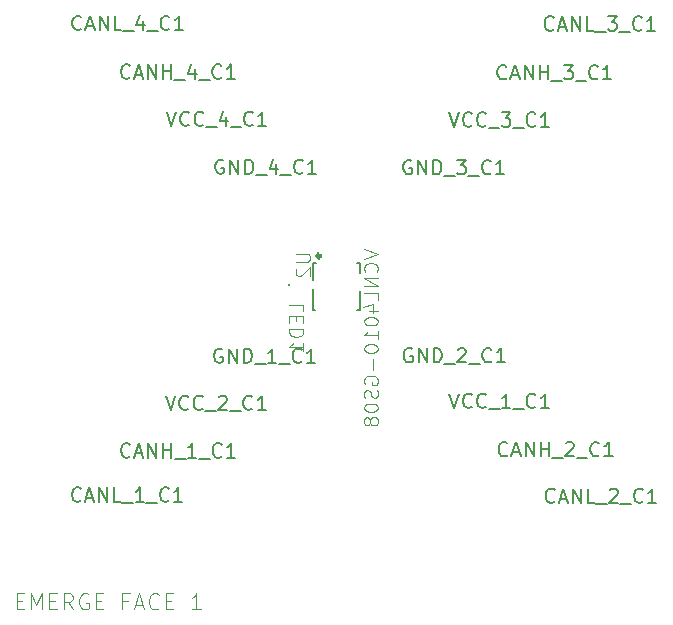
<source format=gbr>
G04 #@! TF.FileFunction,Legend,Bot*
%FSLAX46Y46*%
G04 Gerber Fmt 4.6, Leading zero omitted, Abs format (unit mm)*
G04 Created by KiCad (PCBNEW 4.0.6) date 05/07/17 20:41:04*
%MOMM*%
%LPD*%
G01*
G04 APERTURE LIST*
%ADD10C,0.100000*%
%ADD11C,0.113792*%
%ADD12C,0.127000*%
%ADD13C,0.304800*%
%ADD14C,0.101600*%
G04 APERTURE END LIST*
D10*
D11*
X211920833Y-131749140D02*
X212371260Y-131749140D01*
X212564300Y-132456953D02*
X211920833Y-132456953D01*
X211920833Y-131105673D01*
X212564300Y-131105673D01*
X213143420Y-132456953D02*
X213143420Y-131105673D01*
X213593847Y-132070873D01*
X214044274Y-131105673D01*
X214044274Y-132456953D01*
X214687740Y-131749140D02*
X215138167Y-131749140D01*
X215331207Y-132456953D02*
X214687740Y-132456953D01*
X214687740Y-131105673D01*
X215331207Y-131105673D01*
X216682487Y-132456953D02*
X216232061Y-131813487D01*
X215910327Y-132456953D02*
X215910327Y-131105673D01*
X216425101Y-131105673D01*
X216553794Y-131170020D01*
X216618141Y-131234367D01*
X216682487Y-131363060D01*
X216682487Y-131556100D01*
X216618141Y-131684793D01*
X216553794Y-131749140D01*
X216425101Y-131813487D01*
X215910327Y-131813487D01*
X217969421Y-131170020D02*
X217840727Y-131105673D01*
X217647687Y-131105673D01*
X217454647Y-131170020D01*
X217325954Y-131298713D01*
X217261607Y-131427407D01*
X217197261Y-131684793D01*
X217197261Y-131877833D01*
X217261607Y-132135220D01*
X217325954Y-132263913D01*
X217454647Y-132392607D01*
X217647687Y-132456953D01*
X217776381Y-132456953D01*
X217969421Y-132392607D01*
X218033767Y-132328260D01*
X218033767Y-131877833D01*
X217776381Y-131877833D01*
X218612887Y-131749140D02*
X219063314Y-131749140D01*
X219256354Y-132456953D02*
X218612887Y-132456953D01*
X218612887Y-131105673D01*
X219256354Y-131105673D01*
X221315448Y-131749140D02*
X220865021Y-131749140D01*
X220865021Y-132456953D02*
X220865021Y-131105673D01*
X221508488Y-131105673D01*
X221958915Y-132070873D02*
X222602381Y-132070873D01*
X221830221Y-132456953D02*
X222280648Y-131105673D01*
X222731075Y-132456953D01*
X223953661Y-132328260D02*
X223889315Y-132392607D01*
X223696275Y-132456953D01*
X223567581Y-132456953D01*
X223374541Y-132392607D01*
X223245848Y-132263913D01*
X223181501Y-132135220D01*
X223117155Y-131877833D01*
X223117155Y-131684793D01*
X223181501Y-131427407D01*
X223245848Y-131298713D01*
X223374541Y-131170020D01*
X223567581Y-131105673D01*
X223696275Y-131105673D01*
X223889315Y-131170020D01*
X223953661Y-131234367D01*
X224532781Y-131749140D02*
X224983208Y-131749140D01*
X225176248Y-132456953D02*
X224532781Y-132456953D01*
X224532781Y-131105673D01*
X225176248Y-131105673D01*
X227492729Y-132456953D02*
X226720569Y-132456953D01*
X227106649Y-132456953D02*
X227106649Y-131105673D01*
X226977955Y-131298713D01*
X226849262Y-131427407D01*
X226720569Y-131491753D01*
D10*
G36*
X235085500Y-105089900D02*
X234885500Y-105089900D01*
X234885500Y-104889900D01*
X235085500Y-104889900D01*
X235085500Y-105089900D01*
G37*
D12*
X237218700Y-103135300D02*
X237018700Y-103135300D01*
X237018700Y-103135300D02*
X237018700Y-104575300D01*
X237028700Y-105285300D02*
X237028700Y-107095300D01*
X237028700Y-107095300D02*
X237208700Y-107095300D01*
X240768700Y-103145300D02*
X240968700Y-103145300D01*
X240968700Y-103145300D02*
X240968700Y-103975300D01*
X240758700Y-107085300D02*
X240978700Y-107085300D01*
X240978700Y-107085300D02*
X240978700Y-105475300D01*
D13*
X237642709Y-102525300D02*
G75*
G03X237642709Y-102525300I-164009J0D01*
G01*
D12*
X237520322Y-102525300D02*
G75*
G03X237520322Y-102525300I-31622J0D01*
G01*
D14*
X236198048Y-107221686D02*
X236198048Y-106647162D01*
X234991548Y-106647162D01*
X235566071Y-107623852D02*
X235566071Y-108026019D01*
X236198048Y-108198376D02*
X236198048Y-107623852D01*
X234991548Y-107623852D01*
X234991548Y-108198376D01*
X236198048Y-108715447D02*
X234991548Y-108715447D01*
X234991548Y-109002709D01*
X235049000Y-109175066D01*
X235163905Y-109289971D01*
X235278810Y-109347423D01*
X235508619Y-109404875D01*
X235680976Y-109404875D01*
X235910786Y-109347423D01*
X236025690Y-109289971D01*
X236140595Y-109175066D01*
X236198048Y-109002709D01*
X236198048Y-108715447D01*
X236198048Y-110553923D02*
X236198048Y-109864495D01*
X236198048Y-110209209D02*
X234991548Y-110209209D01*
X235163905Y-110094304D01*
X235278810Y-109979399D01*
X235336262Y-109864495D01*
D12*
X224552005Y-114370948D02*
X224954171Y-115577448D01*
X225356338Y-114370948D01*
X226447933Y-115462543D02*
X226390481Y-115519995D01*
X226218124Y-115577448D01*
X226103219Y-115577448D01*
X225930862Y-115519995D01*
X225815957Y-115405090D01*
X225758505Y-115290186D01*
X225701053Y-115060376D01*
X225701053Y-114888019D01*
X225758505Y-114658210D01*
X225815957Y-114543305D01*
X225930862Y-114428400D01*
X226103219Y-114370948D01*
X226218124Y-114370948D01*
X226390481Y-114428400D01*
X226447933Y-114485852D01*
X227654433Y-115462543D02*
X227596981Y-115519995D01*
X227424624Y-115577448D01*
X227309719Y-115577448D01*
X227137362Y-115519995D01*
X227022457Y-115405090D01*
X226965005Y-115290186D01*
X226907553Y-115060376D01*
X226907553Y-114888019D01*
X226965005Y-114658210D01*
X227022457Y-114543305D01*
X227137362Y-114428400D01*
X227309719Y-114370948D01*
X227424624Y-114370948D01*
X227596981Y-114428400D01*
X227654433Y-114485852D01*
X227884243Y-115692352D02*
X228803481Y-115692352D01*
X229033291Y-114485852D02*
X229090743Y-114428400D01*
X229205648Y-114370948D01*
X229492910Y-114370948D01*
X229607814Y-114428400D01*
X229665267Y-114485852D01*
X229722719Y-114600757D01*
X229722719Y-114715662D01*
X229665267Y-114888019D01*
X228975838Y-115577448D01*
X229722719Y-115577448D01*
X229952529Y-115692352D02*
X230871767Y-115692352D01*
X231848457Y-115462543D02*
X231791005Y-115519995D01*
X231618648Y-115577448D01*
X231503743Y-115577448D01*
X231331386Y-115519995D01*
X231216481Y-115405090D01*
X231159029Y-115290186D01*
X231101577Y-115060376D01*
X231101577Y-114888019D01*
X231159029Y-114658210D01*
X231216481Y-114543305D01*
X231331386Y-114428400D01*
X231503743Y-114370948D01*
X231618648Y-114370948D01*
X231791005Y-114428400D01*
X231848457Y-114485852D01*
X232997505Y-115577448D02*
X232308077Y-115577448D01*
X232652791Y-115577448D02*
X232652791Y-114370948D01*
X232537886Y-114543305D01*
X232422981Y-114658210D01*
X232308077Y-114715662D01*
X248548005Y-114195948D02*
X248950171Y-115402448D01*
X249352338Y-114195948D01*
X250443933Y-115287543D02*
X250386481Y-115344995D01*
X250214124Y-115402448D01*
X250099219Y-115402448D01*
X249926862Y-115344995D01*
X249811957Y-115230090D01*
X249754505Y-115115186D01*
X249697053Y-114885376D01*
X249697053Y-114713019D01*
X249754505Y-114483210D01*
X249811957Y-114368305D01*
X249926862Y-114253400D01*
X250099219Y-114195948D01*
X250214124Y-114195948D01*
X250386481Y-114253400D01*
X250443933Y-114310852D01*
X251650433Y-115287543D02*
X251592981Y-115344995D01*
X251420624Y-115402448D01*
X251305719Y-115402448D01*
X251133362Y-115344995D01*
X251018457Y-115230090D01*
X250961005Y-115115186D01*
X250903553Y-114885376D01*
X250903553Y-114713019D01*
X250961005Y-114483210D01*
X251018457Y-114368305D01*
X251133362Y-114253400D01*
X251305719Y-114195948D01*
X251420624Y-114195948D01*
X251592981Y-114253400D01*
X251650433Y-114310852D01*
X251880243Y-115517352D02*
X252799481Y-115517352D01*
X253718719Y-115402448D02*
X253029291Y-115402448D01*
X253374005Y-115402448D02*
X253374005Y-114195948D01*
X253259100Y-114368305D01*
X253144195Y-114483210D01*
X253029291Y-114540662D01*
X253948529Y-115517352D02*
X254867767Y-115517352D01*
X255844457Y-115287543D02*
X255787005Y-115344995D01*
X255614648Y-115402448D01*
X255499743Y-115402448D01*
X255327386Y-115344995D01*
X255212481Y-115230090D01*
X255155029Y-115115186D01*
X255097577Y-114885376D01*
X255097577Y-114713019D01*
X255155029Y-114483210D01*
X255212481Y-114368305D01*
X255327386Y-114253400D01*
X255499743Y-114195948D01*
X255614648Y-114195948D01*
X255787005Y-114253400D01*
X255844457Y-114310852D01*
X256993505Y-115402448D02*
X256304077Y-115402448D01*
X256648791Y-115402448D02*
X256648791Y-114195948D01*
X256533886Y-114368305D01*
X256418981Y-114483210D01*
X256304077Y-114540662D01*
X248545005Y-90379948D02*
X248947171Y-91586448D01*
X249349338Y-90379948D01*
X250440933Y-91471543D02*
X250383481Y-91528995D01*
X250211124Y-91586448D01*
X250096219Y-91586448D01*
X249923862Y-91528995D01*
X249808957Y-91414090D01*
X249751505Y-91299186D01*
X249694053Y-91069376D01*
X249694053Y-90897019D01*
X249751505Y-90667210D01*
X249808957Y-90552305D01*
X249923862Y-90437400D01*
X250096219Y-90379948D01*
X250211124Y-90379948D01*
X250383481Y-90437400D01*
X250440933Y-90494852D01*
X251647433Y-91471543D02*
X251589981Y-91528995D01*
X251417624Y-91586448D01*
X251302719Y-91586448D01*
X251130362Y-91528995D01*
X251015457Y-91414090D01*
X250958005Y-91299186D01*
X250900553Y-91069376D01*
X250900553Y-90897019D01*
X250958005Y-90667210D01*
X251015457Y-90552305D01*
X251130362Y-90437400D01*
X251302719Y-90379948D01*
X251417624Y-90379948D01*
X251589981Y-90437400D01*
X251647433Y-90494852D01*
X251877243Y-91701352D02*
X252796481Y-91701352D01*
X252968838Y-90379948D02*
X253715719Y-90379948D01*
X253313552Y-90839567D01*
X253485910Y-90839567D01*
X253600814Y-90897019D01*
X253658267Y-90954471D01*
X253715719Y-91069376D01*
X253715719Y-91356638D01*
X253658267Y-91471543D01*
X253600814Y-91528995D01*
X253485910Y-91586448D01*
X253141195Y-91586448D01*
X253026291Y-91528995D01*
X252968838Y-91471543D01*
X253945529Y-91701352D02*
X254864767Y-91701352D01*
X255841457Y-91471543D02*
X255784005Y-91528995D01*
X255611648Y-91586448D01*
X255496743Y-91586448D01*
X255324386Y-91528995D01*
X255209481Y-91414090D01*
X255152029Y-91299186D01*
X255094577Y-91069376D01*
X255094577Y-90897019D01*
X255152029Y-90667210D01*
X255209481Y-90552305D01*
X255324386Y-90437400D01*
X255496743Y-90379948D01*
X255611648Y-90379948D01*
X255784005Y-90437400D01*
X255841457Y-90494852D01*
X256990505Y-91586448D02*
X256301077Y-91586448D01*
X256645791Y-91586448D02*
X256645791Y-90379948D01*
X256530886Y-90552305D01*
X256415981Y-90667210D01*
X256301077Y-90724662D01*
X224624005Y-90322948D02*
X225026171Y-91529448D01*
X225428338Y-90322948D01*
X226519933Y-91414543D02*
X226462481Y-91471995D01*
X226290124Y-91529448D01*
X226175219Y-91529448D01*
X226002862Y-91471995D01*
X225887957Y-91357090D01*
X225830505Y-91242186D01*
X225773053Y-91012376D01*
X225773053Y-90840019D01*
X225830505Y-90610210D01*
X225887957Y-90495305D01*
X226002862Y-90380400D01*
X226175219Y-90322948D01*
X226290124Y-90322948D01*
X226462481Y-90380400D01*
X226519933Y-90437852D01*
X227726433Y-91414543D02*
X227668981Y-91471995D01*
X227496624Y-91529448D01*
X227381719Y-91529448D01*
X227209362Y-91471995D01*
X227094457Y-91357090D01*
X227037005Y-91242186D01*
X226979553Y-91012376D01*
X226979553Y-90840019D01*
X227037005Y-90610210D01*
X227094457Y-90495305D01*
X227209362Y-90380400D01*
X227381719Y-90322948D01*
X227496624Y-90322948D01*
X227668981Y-90380400D01*
X227726433Y-90437852D01*
X227956243Y-91644352D02*
X228875481Y-91644352D01*
X229679814Y-90725114D02*
X229679814Y-91529448D01*
X229392552Y-90265495D02*
X229105291Y-91127281D01*
X229852171Y-91127281D01*
X230024529Y-91644352D02*
X230943767Y-91644352D01*
X231920457Y-91414543D02*
X231863005Y-91471995D01*
X231690648Y-91529448D01*
X231575743Y-91529448D01*
X231403386Y-91471995D01*
X231288481Y-91357090D01*
X231231029Y-91242186D01*
X231173577Y-91012376D01*
X231173577Y-90840019D01*
X231231029Y-90610210D01*
X231288481Y-90495305D01*
X231403386Y-90380400D01*
X231575743Y-90322948D01*
X231690648Y-90322948D01*
X231863005Y-90380400D01*
X231920457Y-90437852D01*
X233069505Y-91529448D02*
X232380077Y-91529448D01*
X232724791Y-91529448D02*
X232724791Y-90322948D01*
X232609886Y-90495305D01*
X232494981Y-90610210D01*
X232380077Y-90667662D01*
X245379338Y-110400400D02*
X245264433Y-110342948D01*
X245092076Y-110342948D01*
X244919719Y-110400400D01*
X244804814Y-110515305D01*
X244747362Y-110630210D01*
X244689910Y-110860019D01*
X244689910Y-111032376D01*
X244747362Y-111262186D01*
X244804814Y-111377090D01*
X244919719Y-111491995D01*
X245092076Y-111549448D01*
X245206981Y-111549448D01*
X245379338Y-111491995D01*
X245436790Y-111434543D01*
X245436790Y-111032376D01*
X245206981Y-111032376D01*
X245953862Y-111549448D02*
X245953862Y-110342948D01*
X246643290Y-111549448D01*
X246643290Y-110342948D01*
X247217814Y-111549448D02*
X247217814Y-110342948D01*
X247505076Y-110342948D01*
X247677433Y-110400400D01*
X247792338Y-110515305D01*
X247849790Y-110630210D01*
X247907242Y-110860019D01*
X247907242Y-111032376D01*
X247849790Y-111262186D01*
X247792338Y-111377090D01*
X247677433Y-111491995D01*
X247505076Y-111549448D01*
X247217814Y-111549448D01*
X248137052Y-111664352D02*
X249056290Y-111664352D01*
X249286100Y-110457852D02*
X249343552Y-110400400D01*
X249458457Y-110342948D01*
X249745719Y-110342948D01*
X249860623Y-110400400D01*
X249918076Y-110457852D01*
X249975528Y-110572757D01*
X249975528Y-110687662D01*
X249918076Y-110860019D01*
X249228647Y-111549448D01*
X249975528Y-111549448D01*
X250205338Y-111664352D02*
X251124576Y-111664352D01*
X252101266Y-111434543D02*
X252043814Y-111491995D01*
X251871457Y-111549448D01*
X251756552Y-111549448D01*
X251584195Y-111491995D01*
X251469290Y-111377090D01*
X251411838Y-111262186D01*
X251354386Y-111032376D01*
X251354386Y-110860019D01*
X251411838Y-110630210D01*
X251469290Y-110515305D01*
X251584195Y-110400400D01*
X251756552Y-110342948D01*
X251871457Y-110342948D01*
X252043814Y-110400400D01*
X252101266Y-110457852D01*
X253250314Y-111549448D02*
X252560886Y-111549448D01*
X252905600Y-111549448D02*
X252905600Y-110342948D01*
X252790695Y-110515305D01*
X252675790Y-110630210D01*
X252560886Y-110687662D01*
X229319338Y-110428400D02*
X229204433Y-110370948D01*
X229032076Y-110370948D01*
X228859719Y-110428400D01*
X228744814Y-110543305D01*
X228687362Y-110658210D01*
X228629910Y-110888019D01*
X228629910Y-111060376D01*
X228687362Y-111290186D01*
X228744814Y-111405090D01*
X228859719Y-111519995D01*
X229032076Y-111577448D01*
X229146981Y-111577448D01*
X229319338Y-111519995D01*
X229376790Y-111462543D01*
X229376790Y-111060376D01*
X229146981Y-111060376D01*
X229893862Y-111577448D02*
X229893862Y-110370948D01*
X230583290Y-111577448D01*
X230583290Y-110370948D01*
X231157814Y-111577448D02*
X231157814Y-110370948D01*
X231445076Y-110370948D01*
X231617433Y-110428400D01*
X231732338Y-110543305D01*
X231789790Y-110658210D01*
X231847242Y-110888019D01*
X231847242Y-111060376D01*
X231789790Y-111290186D01*
X231732338Y-111405090D01*
X231617433Y-111519995D01*
X231445076Y-111577448D01*
X231157814Y-111577448D01*
X232077052Y-111692352D02*
X232996290Y-111692352D01*
X233915528Y-111577448D02*
X233226100Y-111577448D01*
X233570814Y-111577448D02*
X233570814Y-110370948D01*
X233455909Y-110543305D01*
X233341004Y-110658210D01*
X233226100Y-110715662D01*
X234145338Y-111692352D02*
X235064576Y-111692352D01*
X236041266Y-111462543D02*
X235983814Y-111519995D01*
X235811457Y-111577448D01*
X235696552Y-111577448D01*
X235524195Y-111519995D01*
X235409290Y-111405090D01*
X235351838Y-111290186D01*
X235294386Y-111060376D01*
X235294386Y-110888019D01*
X235351838Y-110658210D01*
X235409290Y-110543305D01*
X235524195Y-110428400D01*
X235696552Y-110370948D01*
X235811457Y-110370948D01*
X235983814Y-110428400D01*
X236041266Y-110485852D01*
X237190314Y-111577448D02*
X236500886Y-111577448D01*
X236845600Y-111577448D02*
X236845600Y-110370948D01*
X236730695Y-110543305D01*
X236615790Y-110658210D01*
X236500886Y-110715662D01*
X245346338Y-94465400D02*
X245231433Y-94407948D01*
X245059076Y-94407948D01*
X244886719Y-94465400D01*
X244771814Y-94580305D01*
X244714362Y-94695210D01*
X244656910Y-94925019D01*
X244656910Y-95097376D01*
X244714362Y-95327186D01*
X244771814Y-95442090D01*
X244886719Y-95556995D01*
X245059076Y-95614448D01*
X245173981Y-95614448D01*
X245346338Y-95556995D01*
X245403790Y-95499543D01*
X245403790Y-95097376D01*
X245173981Y-95097376D01*
X245920862Y-95614448D02*
X245920862Y-94407948D01*
X246610290Y-95614448D01*
X246610290Y-94407948D01*
X247184814Y-95614448D02*
X247184814Y-94407948D01*
X247472076Y-94407948D01*
X247644433Y-94465400D01*
X247759338Y-94580305D01*
X247816790Y-94695210D01*
X247874242Y-94925019D01*
X247874242Y-95097376D01*
X247816790Y-95327186D01*
X247759338Y-95442090D01*
X247644433Y-95556995D01*
X247472076Y-95614448D01*
X247184814Y-95614448D01*
X248104052Y-95729352D02*
X249023290Y-95729352D01*
X249195647Y-94407948D02*
X249942528Y-94407948D01*
X249540361Y-94867567D01*
X249712719Y-94867567D01*
X249827623Y-94925019D01*
X249885076Y-94982471D01*
X249942528Y-95097376D01*
X249942528Y-95384638D01*
X249885076Y-95499543D01*
X249827623Y-95556995D01*
X249712719Y-95614448D01*
X249368004Y-95614448D01*
X249253100Y-95556995D01*
X249195647Y-95499543D01*
X250172338Y-95729352D02*
X251091576Y-95729352D01*
X252068266Y-95499543D02*
X252010814Y-95556995D01*
X251838457Y-95614448D01*
X251723552Y-95614448D01*
X251551195Y-95556995D01*
X251436290Y-95442090D01*
X251378838Y-95327186D01*
X251321386Y-95097376D01*
X251321386Y-94925019D01*
X251378838Y-94695210D01*
X251436290Y-94580305D01*
X251551195Y-94465400D01*
X251723552Y-94407948D01*
X251838457Y-94407948D01*
X252010814Y-94465400D01*
X252068266Y-94522852D01*
X253217314Y-95614448D02*
X252527886Y-95614448D01*
X252872600Y-95614448D02*
X252872600Y-94407948D01*
X252757695Y-94580305D01*
X252642790Y-94695210D01*
X252527886Y-94752662D01*
X229420338Y-94426400D02*
X229305433Y-94368948D01*
X229133076Y-94368948D01*
X228960719Y-94426400D01*
X228845814Y-94541305D01*
X228788362Y-94656210D01*
X228730910Y-94886019D01*
X228730910Y-95058376D01*
X228788362Y-95288186D01*
X228845814Y-95403090D01*
X228960719Y-95517995D01*
X229133076Y-95575448D01*
X229247981Y-95575448D01*
X229420338Y-95517995D01*
X229477790Y-95460543D01*
X229477790Y-95058376D01*
X229247981Y-95058376D01*
X229994862Y-95575448D02*
X229994862Y-94368948D01*
X230684290Y-95575448D01*
X230684290Y-94368948D01*
X231258814Y-95575448D02*
X231258814Y-94368948D01*
X231546076Y-94368948D01*
X231718433Y-94426400D01*
X231833338Y-94541305D01*
X231890790Y-94656210D01*
X231948242Y-94886019D01*
X231948242Y-95058376D01*
X231890790Y-95288186D01*
X231833338Y-95403090D01*
X231718433Y-95517995D01*
X231546076Y-95575448D01*
X231258814Y-95575448D01*
X232178052Y-95690352D02*
X233097290Y-95690352D01*
X233901623Y-94771114D02*
X233901623Y-95575448D01*
X233614361Y-94311495D02*
X233327100Y-95173281D01*
X234073980Y-95173281D01*
X234246338Y-95690352D02*
X235165576Y-95690352D01*
X236142266Y-95460543D02*
X236084814Y-95517995D01*
X235912457Y-95575448D01*
X235797552Y-95575448D01*
X235625195Y-95517995D01*
X235510290Y-95403090D01*
X235452838Y-95288186D01*
X235395386Y-95058376D01*
X235395386Y-94886019D01*
X235452838Y-94656210D01*
X235510290Y-94541305D01*
X235625195Y-94426400D01*
X235797552Y-94368948D01*
X235912457Y-94368948D01*
X236084814Y-94426400D01*
X236142266Y-94483852D01*
X237291314Y-95575448D02*
X236601886Y-95575448D01*
X236946600Y-95575448D02*
X236946600Y-94368948D01*
X236831695Y-94541305D01*
X236716790Y-94656210D01*
X236601886Y-94713662D01*
X257461790Y-123314543D02*
X257404338Y-123371995D01*
X257231981Y-123429448D01*
X257117076Y-123429448D01*
X256944719Y-123371995D01*
X256829814Y-123257090D01*
X256772362Y-123142186D01*
X256714910Y-122912376D01*
X256714910Y-122740019D01*
X256772362Y-122510210D01*
X256829814Y-122395305D01*
X256944719Y-122280400D01*
X257117076Y-122222948D01*
X257231981Y-122222948D01*
X257404338Y-122280400D01*
X257461790Y-122337852D01*
X257921410Y-123084733D02*
X258495933Y-123084733D01*
X257806505Y-123429448D02*
X258208671Y-122222948D01*
X258610838Y-123429448D01*
X259013005Y-123429448D02*
X259013005Y-122222948D01*
X259702433Y-123429448D01*
X259702433Y-122222948D01*
X260851481Y-123429448D02*
X260276957Y-123429448D01*
X260276957Y-122222948D01*
X260966385Y-123544352D02*
X261885623Y-123544352D01*
X262115433Y-122337852D02*
X262172885Y-122280400D01*
X262287790Y-122222948D01*
X262575052Y-122222948D01*
X262689956Y-122280400D01*
X262747409Y-122337852D01*
X262804861Y-122452757D01*
X262804861Y-122567662D01*
X262747409Y-122740019D01*
X262057980Y-123429448D01*
X262804861Y-123429448D01*
X263034671Y-123544352D02*
X263953909Y-123544352D01*
X264930599Y-123314543D02*
X264873147Y-123371995D01*
X264700790Y-123429448D01*
X264585885Y-123429448D01*
X264413528Y-123371995D01*
X264298623Y-123257090D01*
X264241171Y-123142186D01*
X264183719Y-122912376D01*
X264183719Y-122740019D01*
X264241171Y-122510210D01*
X264298623Y-122395305D01*
X264413528Y-122280400D01*
X264585885Y-122222948D01*
X264700790Y-122222948D01*
X264873147Y-122280400D01*
X264930599Y-122337852D01*
X266079647Y-123429448D02*
X265390219Y-123429448D01*
X265734933Y-123429448D02*
X265734933Y-122222948D01*
X265620028Y-122395305D01*
X265505123Y-122510210D01*
X265390219Y-122567662D01*
X217335790Y-123224543D02*
X217278338Y-123281995D01*
X217105981Y-123339448D01*
X216991076Y-123339448D01*
X216818719Y-123281995D01*
X216703814Y-123167090D01*
X216646362Y-123052186D01*
X216588910Y-122822376D01*
X216588910Y-122650019D01*
X216646362Y-122420210D01*
X216703814Y-122305305D01*
X216818719Y-122190400D01*
X216991076Y-122132948D01*
X217105981Y-122132948D01*
X217278338Y-122190400D01*
X217335790Y-122247852D01*
X217795410Y-122994733D02*
X218369933Y-122994733D01*
X217680505Y-123339448D02*
X218082671Y-122132948D01*
X218484838Y-123339448D01*
X218887005Y-123339448D02*
X218887005Y-122132948D01*
X219576433Y-123339448D01*
X219576433Y-122132948D01*
X220725481Y-123339448D02*
X220150957Y-123339448D01*
X220150957Y-122132948D01*
X220840385Y-123454352D02*
X221759623Y-123454352D01*
X222678861Y-123339448D02*
X221989433Y-123339448D01*
X222334147Y-123339448D02*
X222334147Y-122132948D01*
X222219242Y-122305305D01*
X222104337Y-122420210D01*
X221989433Y-122477662D01*
X222908671Y-123454352D02*
X223827909Y-123454352D01*
X224804599Y-123224543D02*
X224747147Y-123281995D01*
X224574790Y-123339448D01*
X224459885Y-123339448D01*
X224287528Y-123281995D01*
X224172623Y-123167090D01*
X224115171Y-123052186D01*
X224057719Y-122822376D01*
X224057719Y-122650019D01*
X224115171Y-122420210D01*
X224172623Y-122305305D01*
X224287528Y-122190400D01*
X224459885Y-122132948D01*
X224574790Y-122132948D01*
X224747147Y-122190400D01*
X224804599Y-122247852D01*
X225953647Y-123339448D02*
X225264219Y-123339448D01*
X225608933Y-123339448D02*
X225608933Y-122132948D01*
X225494028Y-122305305D01*
X225379123Y-122420210D01*
X225264219Y-122477662D01*
X257375790Y-83342543D02*
X257318338Y-83399995D01*
X257145981Y-83457448D01*
X257031076Y-83457448D01*
X256858719Y-83399995D01*
X256743814Y-83285090D01*
X256686362Y-83170186D01*
X256628910Y-82940376D01*
X256628910Y-82768019D01*
X256686362Y-82538210D01*
X256743814Y-82423305D01*
X256858719Y-82308400D01*
X257031076Y-82250948D01*
X257145981Y-82250948D01*
X257318338Y-82308400D01*
X257375790Y-82365852D01*
X257835410Y-83112733D02*
X258409933Y-83112733D01*
X257720505Y-83457448D02*
X258122671Y-82250948D01*
X258524838Y-83457448D01*
X258927005Y-83457448D02*
X258927005Y-82250948D01*
X259616433Y-83457448D01*
X259616433Y-82250948D01*
X260765481Y-83457448D02*
X260190957Y-83457448D01*
X260190957Y-82250948D01*
X260880385Y-83572352D02*
X261799623Y-83572352D01*
X261971980Y-82250948D02*
X262718861Y-82250948D01*
X262316694Y-82710567D01*
X262489052Y-82710567D01*
X262603956Y-82768019D01*
X262661409Y-82825471D01*
X262718861Y-82940376D01*
X262718861Y-83227638D01*
X262661409Y-83342543D01*
X262603956Y-83399995D01*
X262489052Y-83457448D01*
X262144337Y-83457448D01*
X262029433Y-83399995D01*
X261971980Y-83342543D01*
X262948671Y-83572352D02*
X263867909Y-83572352D01*
X264844599Y-83342543D02*
X264787147Y-83399995D01*
X264614790Y-83457448D01*
X264499885Y-83457448D01*
X264327528Y-83399995D01*
X264212623Y-83285090D01*
X264155171Y-83170186D01*
X264097719Y-82940376D01*
X264097719Y-82768019D01*
X264155171Y-82538210D01*
X264212623Y-82423305D01*
X264327528Y-82308400D01*
X264499885Y-82250948D01*
X264614790Y-82250948D01*
X264787147Y-82308400D01*
X264844599Y-82365852D01*
X265993647Y-83457448D02*
X265304219Y-83457448D01*
X265648933Y-83457448D02*
X265648933Y-82250948D01*
X265534028Y-82423305D01*
X265419123Y-82538210D01*
X265304219Y-82595662D01*
X217386790Y-83291543D02*
X217329338Y-83348995D01*
X217156981Y-83406448D01*
X217042076Y-83406448D01*
X216869719Y-83348995D01*
X216754814Y-83234090D01*
X216697362Y-83119186D01*
X216639910Y-82889376D01*
X216639910Y-82717019D01*
X216697362Y-82487210D01*
X216754814Y-82372305D01*
X216869719Y-82257400D01*
X217042076Y-82199948D01*
X217156981Y-82199948D01*
X217329338Y-82257400D01*
X217386790Y-82314852D01*
X217846410Y-83061733D02*
X218420933Y-83061733D01*
X217731505Y-83406448D02*
X218133671Y-82199948D01*
X218535838Y-83406448D01*
X218938005Y-83406448D02*
X218938005Y-82199948D01*
X219627433Y-83406448D01*
X219627433Y-82199948D01*
X220776481Y-83406448D02*
X220201957Y-83406448D01*
X220201957Y-82199948D01*
X220891385Y-83521352D02*
X221810623Y-83521352D01*
X222614956Y-82602114D02*
X222614956Y-83406448D01*
X222327694Y-82142495D02*
X222040433Y-83004281D01*
X222787313Y-83004281D01*
X222959671Y-83521352D02*
X223878909Y-83521352D01*
X224855599Y-83291543D02*
X224798147Y-83348995D01*
X224625790Y-83406448D01*
X224510885Y-83406448D01*
X224338528Y-83348995D01*
X224223623Y-83234090D01*
X224166171Y-83119186D01*
X224108719Y-82889376D01*
X224108719Y-82717019D01*
X224166171Y-82487210D01*
X224223623Y-82372305D01*
X224338528Y-82257400D01*
X224510885Y-82199948D01*
X224625790Y-82199948D01*
X224798147Y-82257400D01*
X224855599Y-82314852D01*
X226004647Y-83406448D02*
X225315219Y-83406448D01*
X225659933Y-83406448D02*
X225659933Y-82199948D01*
X225545028Y-82372305D01*
X225430123Y-82487210D01*
X225315219Y-82544662D01*
X253467790Y-119383543D02*
X253410338Y-119440995D01*
X253237981Y-119498448D01*
X253123076Y-119498448D01*
X252950719Y-119440995D01*
X252835814Y-119326090D01*
X252778362Y-119211186D01*
X252720910Y-118981376D01*
X252720910Y-118809019D01*
X252778362Y-118579210D01*
X252835814Y-118464305D01*
X252950719Y-118349400D01*
X253123076Y-118291948D01*
X253237981Y-118291948D01*
X253410338Y-118349400D01*
X253467790Y-118406852D01*
X253927410Y-119153733D02*
X254501933Y-119153733D01*
X253812505Y-119498448D02*
X254214671Y-118291948D01*
X254616838Y-119498448D01*
X255019005Y-119498448D02*
X255019005Y-118291948D01*
X255708433Y-119498448D01*
X255708433Y-118291948D01*
X256282957Y-119498448D02*
X256282957Y-118291948D01*
X256282957Y-118866471D02*
X256972385Y-118866471D01*
X256972385Y-119498448D02*
X256972385Y-118291948D01*
X257259647Y-119613352D02*
X258178885Y-119613352D01*
X258408695Y-118406852D02*
X258466147Y-118349400D01*
X258581052Y-118291948D01*
X258868314Y-118291948D01*
X258983218Y-118349400D01*
X259040671Y-118406852D01*
X259098123Y-118521757D01*
X259098123Y-118636662D01*
X259040671Y-118809019D01*
X258351242Y-119498448D01*
X259098123Y-119498448D01*
X259327933Y-119613352D02*
X260247171Y-119613352D01*
X261223861Y-119383543D02*
X261166409Y-119440995D01*
X260994052Y-119498448D01*
X260879147Y-119498448D01*
X260706790Y-119440995D01*
X260591885Y-119326090D01*
X260534433Y-119211186D01*
X260476981Y-118981376D01*
X260476981Y-118809019D01*
X260534433Y-118579210D01*
X260591885Y-118464305D01*
X260706790Y-118349400D01*
X260879147Y-118291948D01*
X260994052Y-118291948D01*
X261166409Y-118349400D01*
X261223861Y-118406852D01*
X262372909Y-119498448D02*
X261683481Y-119498448D01*
X262028195Y-119498448D02*
X262028195Y-118291948D01*
X261913290Y-118464305D01*
X261798385Y-118579210D01*
X261683481Y-118636662D01*
X221505790Y-119479543D02*
X221448338Y-119536995D01*
X221275981Y-119594448D01*
X221161076Y-119594448D01*
X220988719Y-119536995D01*
X220873814Y-119422090D01*
X220816362Y-119307186D01*
X220758910Y-119077376D01*
X220758910Y-118905019D01*
X220816362Y-118675210D01*
X220873814Y-118560305D01*
X220988719Y-118445400D01*
X221161076Y-118387948D01*
X221275981Y-118387948D01*
X221448338Y-118445400D01*
X221505790Y-118502852D01*
X221965410Y-119249733D02*
X222539933Y-119249733D01*
X221850505Y-119594448D02*
X222252671Y-118387948D01*
X222654838Y-119594448D01*
X223057005Y-119594448D02*
X223057005Y-118387948D01*
X223746433Y-119594448D01*
X223746433Y-118387948D01*
X224320957Y-119594448D02*
X224320957Y-118387948D01*
X224320957Y-118962471D02*
X225010385Y-118962471D01*
X225010385Y-119594448D02*
X225010385Y-118387948D01*
X225297647Y-119709352D02*
X226216885Y-119709352D01*
X227136123Y-119594448D02*
X226446695Y-119594448D01*
X226791409Y-119594448D02*
X226791409Y-118387948D01*
X226676504Y-118560305D01*
X226561599Y-118675210D01*
X226446695Y-118732662D01*
X227365933Y-119709352D02*
X228285171Y-119709352D01*
X229261861Y-119479543D02*
X229204409Y-119536995D01*
X229032052Y-119594448D01*
X228917147Y-119594448D01*
X228744790Y-119536995D01*
X228629885Y-119422090D01*
X228572433Y-119307186D01*
X228514981Y-119077376D01*
X228514981Y-118905019D01*
X228572433Y-118675210D01*
X228629885Y-118560305D01*
X228744790Y-118445400D01*
X228917147Y-118387948D01*
X229032052Y-118387948D01*
X229204409Y-118445400D01*
X229261861Y-118502852D01*
X230410909Y-119594448D02*
X229721481Y-119594448D01*
X230066195Y-119594448D02*
X230066195Y-118387948D01*
X229951290Y-118560305D01*
X229836385Y-118675210D01*
X229721481Y-118732662D01*
X253373790Y-87469543D02*
X253316338Y-87526995D01*
X253143981Y-87584448D01*
X253029076Y-87584448D01*
X252856719Y-87526995D01*
X252741814Y-87412090D01*
X252684362Y-87297186D01*
X252626910Y-87067376D01*
X252626910Y-86895019D01*
X252684362Y-86665210D01*
X252741814Y-86550305D01*
X252856719Y-86435400D01*
X253029076Y-86377948D01*
X253143981Y-86377948D01*
X253316338Y-86435400D01*
X253373790Y-86492852D01*
X253833410Y-87239733D02*
X254407933Y-87239733D01*
X253718505Y-87584448D02*
X254120671Y-86377948D01*
X254522838Y-87584448D01*
X254925005Y-87584448D02*
X254925005Y-86377948D01*
X255614433Y-87584448D01*
X255614433Y-86377948D01*
X256188957Y-87584448D02*
X256188957Y-86377948D01*
X256188957Y-86952471D02*
X256878385Y-86952471D01*
X256878385Y-87584448D02*
X256878385Y-86377948D01*
X257165647Y-87699352D02*
X258084885Y-87699352D01*
X258257242Y-86377948D02*
X259004123Y-86377948D01*
X258601956Y-86837567D01*
X258774314Y-86837567D01*
X258889218Y-86895019D01*
X258946671Y-86952471D01*
X259004123Y-87067376D01*
X259004123Y-87354638D01*
X258946671Y-87469543D01*
X258889218Y-87526995D01*
X258774314Y-87584448D01*
X258429599Y-87584448D01*
X258314695Y-87526995D01*
X258257242Y-87469543D01*
X259233933Y-87699352D02*
X260153171Y-87699352D01*
X261129861Y-87469543D02*
X261072409Y-87526995D01*
X260900052Y-87584448D01*
X260785147Y-87584448D01*
X260612790Y-87526995D01*
X260497885Y-87412090D01*
X260440433Y-87297186D01*
X260382981Y-87067376D01*
X260382981Y-86895019D01*
X260440433Y-86665210D01*
X260497885Y-86550305D01*
X260612790Y-86435400D01*
X260785147Y-86377948D01*
X260900052Y-86377948D01*
X261072409Y-86435400D01*
X261129861Y-86492852D01*
X262278909Y-87584448D02*
X261589481Y-87584448D01*
X261934195Y-87584448D02*
X261934195Y-86377948D01*
X261819290Y-86550305D01*
X261704385Y-86665210D01*
X261589481Y-86722662D01*
X221485790Y-87408543D02*
X221428338Y-87465995D01*
X221255981Y-87523448D01*
X221141076Y-87523448D01*
X220968719Y-87465995D01*
X220853814Y-87351090D01*
X220796362Y-87236186D01*
X220738910Y-87006376D01*
X220738910Y-86834019D01*
X220796362Y-86604210D01*
X220853814Y-86489305D01*
X220968719Y-86374400D01*
X221141076Y-86316948D01*
X221255981Y-86316948D01*
X221428338Y-86374400D01*
X221485790Y-86431852D01*
X221945410Y-87178733D02*
X222519933Y-87178733D01*
X221830505Y-87523448D02*
X222232671Y-86316948D01*
X222634838Y-87523448D01*
X223037005Y-87523448D02*
X223037005Y-86316948D01*
X223726433Y-87523448D01*
X223726433Y-86316948D01*
X224300957Y-87523448D02*
X224300957Y-86316948D01*
X224300957Y-86891471D02*
X224990385Y-86891471D01*
X224990385Y-87523448D02*
X224990385Y-86316948D01*
X225277647Y-87638352D02*
X226196885Y-87638352D01*
X227001218Y-86719114D02*
X227001218Y-87523448D01*
X226713956Y-86259495D02*
X226426695Y-87121281D01*
X227173575Y-87121281D01*
X227345933Y-87638352D02*
X228265171Y-87638352D01*
X229241861Y-87408543D02*
X229184409Y-87465995D01*
X229012052Y-87523448D01*
X228897147Y-87523448D01*
X228724790Y-87465995D01*
X228609885Y-87351090D01*
X228552433Y-87236186D01*
X228494981Y-87006376D01*
X228494981Y-86834019D01*
X228552433Y-86604210D01*
X228609885Y-86489305D01*
X228724790Y-86374400D01*
X228897147Y-86316948D01*
X229012052Y-86316948D01*
X229184409Y-86374400D01*
X229241861Y-86431852D01*
X230390909Y-87523448D02*
X229701481Y-87523448D01*
X230046195Y-87523448D02*
X230046195Y-86316948D01*
X229931290Y-86489305D01*
X229816385Y-86604210D01*
X229701481Y-86661662D01*
D14*
X235534748Y-102342562D02*
X236511438Y-102342562D01*
X236626343Y-102400014D01*
X236683795Y-102457467D01*
X236741248Y-102572371D01*
X236741248Y-102802181D01*
X236683795Y-102917086D01*
X236626343Y-102974538D01*
X236511438Y-103031990D01*
X235534748Y-103031990D01*
X235649652Y-103549062D02*
X235592200Y-103606514D01*
X235534748Y-103721419D01*
X235534748Y-104008681D01*
X235592200Y-104123585D01*
X235649652Y-104181038D01*
X235764557Y-104238490D01*
X235879462Y-104238490D01*
X236051819Y-104181038D01*
X236741248Y-103491609D01*
X236741248Y-104238490D01*
X241314748Y-101980205D02*
X242521248Y-102382371D01*
X241314748Y-102784538D01*
X242406343Y-103876133D02*
X242463795Y-103818681D01*
X242521248Y-103646324D01*
X242521248Y-103531419D01*
X242463795Y-103359062D01*
X242348890Y-103244157D01*
X242233986Y-103186705D01*
X242004176Y-103129253D01*
X241831819Y-103129253D01*
X241602010Y-103186705D01*
X241487105Y-103244157D01*
X241372200Y-103359062D01*
X241314748Y-103531419D01*
X241314748Y-103646324D01*
X241372200Y-103818681D01*
X241429652Y-103876133D01*
X242521248Y-104393205D02*
X241314748Y-104393205D01*
X242521248Y-105082633D01*
X241314748Y-105082633D01*
X242521248Y-106231681D02*
X242521248Y-105657157D01*
X241314748Y-105657157D01*
X241716914Y-107150918D02*
X242521248Y-107150918D01*
X241257295Y-106863656D02*
X242119081Y-106576395D01*
X242119081Y-107323275D01*
X241314748Y-108012704D02*
X241314748Y-108127609D01*
X241372200Y-108242514D01*
X241429652Y-108299966D01*
X241544557Y-108357419D01*
X241774367Y-108414871D01*
X242061629Y-108414871D01*
X242291438Y-108357419D01*
X242406343Y-108299966D01*
X242463795Y-108242514D01*
X242521248Y-108127609D01*
X242521248Y-108012704D01*
X242463795Y-107897800D01*
X242406343Y-107840347D01*
X242291438Y-107782895D01*
X242061629Y-107725443D01*
X241774367Y-107725443D01*
X241544557Y-107782895D01*
X241429652Y-107840347D01*
X241372200Y-107897800D01*
X241314748Y-108012704D01*
X242521248Y-109563919D02*
X242521248Y-108874491D01*
X242521248Y-109219205D02*
X241314748Y-109219205D01*
X241487105Y-109104300D01*
X241602010Y-108989395D01*
X241659462Y-108874491D01*
X241314748Y-110310800D02*
X241314748Y-110425705D01*
X241372200Y-110540610D01*
X241429652Y-110598062D01*
X241544557Y-110655515D01*
X241774367Y-110712967D01*
X242061629Y-110712967D01*
X242291438Y-110655515D01*
X242406343Y-110598062D01*
X242463795Y-110540610D01*
X242521248Y-110425705D01*
X242521248Y-110310800D01*
X242463795Y-110195896D01*
X242406343Y-110138443D01*
X242291438Y-110080991D01*
X242061629Y-110023539D01*
X241774367Y-110023539D01*
X241544557Y-110080991D01*
X241429652Y-110138443D01*
X241372200Y-110195896D01*
X241314748Y-110310800D01*
X242061629Y-111230039D02*
X242061629Y-112149277D01*
X241372200Y-113355777D02*
X241314748Y-113240872D01*
X241314748Y-113068515D01*
X241372200Y-112896158D01*
X241487105Y-112781253D01*
X241602010Y-112723801D01*
X241831819Y-112666349D01*
X242004176Y-112666349D01*
X242233986Y-112723801D01*
X242348890Y-112781253D01*
X242463795Y-112896158D01*
X242521248Y-113068515D01*
X242521248Y-113183420D01*
X242463795Y-113355777D01*
X242406343Y-113413229D01*
X242004176Y-113413229D01*
X242004176Y-113183420D01*
X242463795Y-113872849D02*
X242521248Y-114045206D01*
X242521248Y-114332468D01*
X242463795Y-114447372D01*
X242406343Y-114504825D01*
X242291438Y-114562277D01*
X242176533Y-114562277D01*
X242061629Y-114504825D01*
X242004176Y-114447372D01*
X241946724Y-114332468D01*
X241889271Y-114102658D01*
X241831819Y-113987753D01*
X241774367Y-113930301D01*
X241659462Y-113872849D01*
X241544557Y-113872849D01*
X241429652Y-113930301D01*
X241372200Y-113987753D01*
X241314748Y-114102658D01*
X241314748Y-114389920D01*
X241372200Y-114562277D01*
X241314748Y-115309158D02*
X241314748Y-115424063D01*
X241372200Y-115538968D01*
X241429652Y-115596420D01*
X241544557Y-115653873D01*
X241774367Y-115711325D01*
X242061629Y-115711325D01*
X242291438Y-115653873D01*
X242406343Y-115596420D01*
X242463795Y-115538968D01*
X242521248Y-115424063D01*
X242521248Y-115309158D01*
X242463795Y-115194254D01*
X242406343Y-115136801D01*
X242291438Y-115079349D01*
X242061629Y-115021897D01*
X241774367Y-115021897D01*
X241544557Y-115079349D01*
X241429652Y-115136801D01*
X241372200Y-115194254D01*
X241314748Y-115309158D01*
X241831819Y-116400754D02*
X241774367Y-116285849D01*
X241716914Y-116228397D01*
X241602010Y-116170945D01*
X241544557Y-116170945D01*
X241429652Y-116228397D01*
X241372200Y-116285849D01*
X241314748Y-116400754D01*
X241314748Y-116630564D01*
X241372200Y-116745468D01*
X241429652Y-116802921D01*
X241544557Y-116860373D01*
X241602010Y-116860373D01*
X241716914Y-116802921D01*
X241774367Y-116745468D01*
X241831819Y-116630564D01*
X241831819Y-116400754D01*
X241889271Y-116285849D01*
X241946724Y-116228397D01*
X242061629Y-116170945D01*
X242291438Y-116170945D01*
X242406343Y-116228397D01*
X242463795Y-116285849D01*
X242521248Y-116400754D01*
X242521248Y-116630564D01*
X242463795Y-116745468D01*
X242406343Y-116802921D01*
X242291438Y-116860373D01*
X242061629Y-116860373D01*
X241946724Y-116802921D01*
X241889271Y-116745468D01*
X241831819Y-116630564D01*
M02*

</source>
